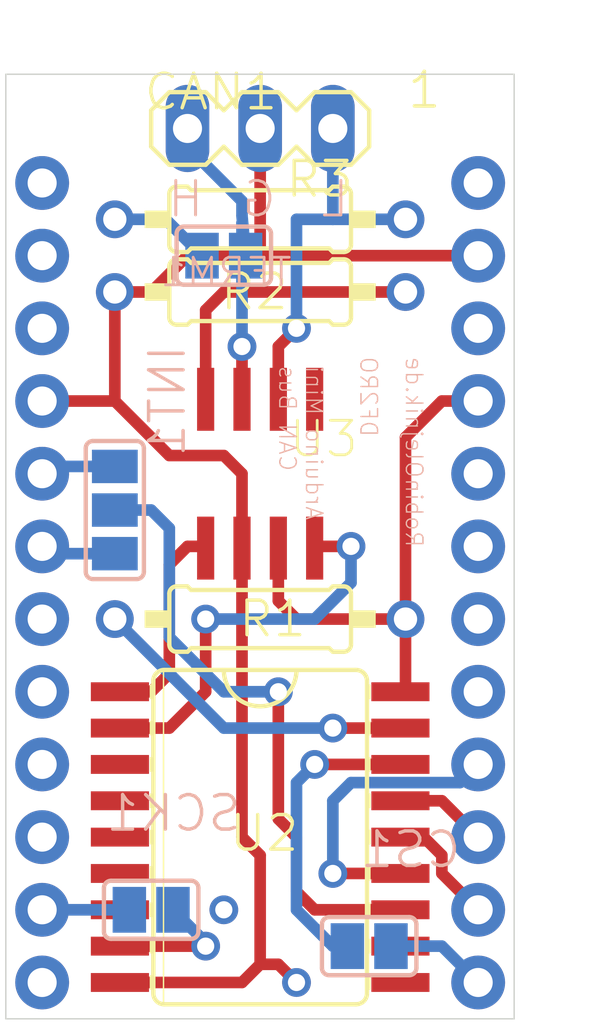
<source format=kicad_pcb>
(kicad_pcb (version 20171130) (host pcbnew "(5.1.10)-1")

  (general
    (thickness 1.6)
    (drawings 10)
    (tracks 108)
    (zones 0)
    (modules 11)
    (nets 42)
  )

  (page A4)
  (layers
    (0 Top signal)
    (31 Bottom signal)
    (32 B.Adhes user)
    (33 F.Adhes user)
    (34 B.Paste user)
    (35 F.Paste user)
    (36 B.SilkS user)
    (37 F.SilkS user)
    (38 B.Mask user)
    (39 F.Mask user)
    (40 Dwgs.User user)
    (41 Cmts.User user)
    (42 Eco1.User user)
    (43 Eco2.User user)
    (44 Edge.Cuts user)
    (45 Margin user)
    (46 B.CrtYd user)
    (47 F.CrtYd user)
    (48 B.Fab user)
    (49 F.Fab user)
  )

  (setup
    (last_trace_width 0.25)
    (trace_clearance 0.2)
    (zone_clearance 0.508)
    (zone_45_only no)
    (trace_min 0.2)
    (via_size 0.8)
    (via_drill 0.4)
    (via_min_size 0.4)
    (via_min_drill 0.3)
    (uvia_size 0.3)
    (uvia_drill 0.1)
    (uvias_allowed no)
    (uvia_min_size 0.2)
    (uvia_min_drill 0.1)
    (edge_width 0.05)
    (segment_width 0.2)
    (pcb_text_width 0.3)
    (pcb_text_size 1.5 1.5)
    (mod_edge_width 0.12)
    (mod_text_size 1 1)
    (mod_text_width 0.15)
    (pad_size 1.524 1.524)
    (pad_drill 0.762)
    (pad_to_mask_clearance 0)
    (aux_axis_origin 0 0)
    (visible_elements FFFFFF7F)
    (pcbplotparams
      (layerselection 0x010fc_ffffffff)
      (usegerberextensions false)
      (usegerberattributes true)
      (usegerberadvancedattributes true)
      (creategerberjobfile true)
      (excludeedgelayer true)
      (linewidth 0.100000)
      (plotframeref false)
      (viasonmask false)
      (mode 1)
      (useauxorigin false)
      (hpglpennumber 1)
      (hpglpenspeed 20)
      (hpglpendiameter 15.000000)
      (psnegative false)
      (psa4output false)
      (plotreference true)
      (plotvalue true)
      (plotinvisibletext false)
      (padsonsilk false)
      (subtractmaskfromsilk false)
      (outputformat 1)
      (mirror false)
      (drillshape 1)
      (scaleselection 1)
      (outputdirectory ""))
  )

  (net 0 "")
  (net 1 VREF)
  (net 2 VSS)
  (net 3 VDD)
  (net 4 "Net-(U1-Pad24)")
  (net 5 "Net-(U1-Pad22)")
  (net 6 "Net-(U1-Pad20)")
  (net 7 "Net-(U1-Pad19)")
  (net 8 "Net-(U1-Pad18)")
  (net 9 "Net-(U1-Pad17)")
  (net 10 "Net-(U1-Pad16)")
  (net 11 "Net-(U1-Pad15)")
  (net 12 "Net-(U1-Pad14)")
  (net 13 "Net-(U1-Pad12)")
  (net 14 "Net-(U1-Pad10)")
  (net 15 "Net-(U1-Pad9)")
  (net 16 "Net-(U1-Pad8)")
  (net 17 "Net-(U1-Pad7)")
  (net 18 "Net-(U1-Pad3)")
  (net 19 "Net-(U1-Pad2)")
  (net 20 "Net-(U1-Pad1)")
  (net 21 "Net-(U2-Pad10)")
  (net 22 "Net-(R1-Pad1)")
  (net 23 /INT)
  (net 24 "Net-(U2-Pad11)")
  (net 25 /SCK)
  (net 26 "Net-(U2-Pad7)")
  (net 27 "Net-(U2-Pad6)")
  (net 28 "Net-(U2-Pad5)")
  (net 29 "Net-(U2-Pad4)")
  (net 30 "Net-(U2-Pad3)")
  (net 31 "Net-(U2-Pad2)")
  (net 32 "Net-(U2-Pad1)")
  (net 33 "Net-(R2-Pad2)")
  (net 34 "Net-(R3-Pad2)")
  (net 35 "Net-(CS1-Pad2)")
  (net 36 "Net-(SCK1-Pad1)")
  (net 37 "Net-(INT1-Pad3)")
  (net 38 "Net-(INT1-Pad1)")
  (net 39 "Net-(CS1-Pad1)")
  (net 40 "Net-(CAN1-Pad1)")
  (net 41 "Net-(CAN1-Pad3)")

  (net_class Default "This is the default net class."
    (clearance 0.2)
    (trace_width 0.25)
    (via_dia 0.8)
    (via_drill 0.4)
    (uvia_dia 0.3)
    (uvia_drill 0.1)
    (add_net /INT)
    (add_net /SCK)
    (add_net "Net-(CAN1-Pad1)")
    (add_net "Net-(CAN1-Pad3)")
    (add_net "Net-(CS1-Pad1)")
    (add_net "Net-(CS1-Pad2)")
    (add_net "Net-(INT1-Pad1)")
    (add_net "Net-(INT1-Pad3)")
    (add_net "Net-(R1-Pad1)")
    (add_net "Net-(R2-Pad2)")
    (add_net "Net-(R3-Pad2)")
    (add_net "Net-(SCK1-Pad1)")
    (add_net "Net-(U1-Pad1)")
    (add_net "Net-(U1-Pad10)")
    (add_net "Net-(U1-Pad12)")
    (add_net "Net-(U1-Pad14)")
    (add_net "Net-(U1-Pad15)")
    (add_net "Net-(U1-Pad16)")
    (add_net "Net-(U1-Pad17)")
    (add_net "Net-(U1-Pad18)")
    (add_net "Net-(U1-Pad19)")
    (add_net "Net-(U1-Pad2)")
    (add_net "Net-(U1-Pad20)")
    (add_net "Net-(U1-Pad22)")
    (add_net "Net-(U1-Pad24)")
    (add_net "Net-(U1-Pad3)")
    (add_net "Net-(U1-Pad7)")
    (add_net "Net-(U1-Pad8)")
    (add_net "Net-(U1-Pad9)")
    (add_net "Net-(U2-Pad1)")
    (add_net "Net-(U2-Pad10)")
    (add_net "Net-(U2-Pad11)")
    (add_net "Net-(U2-Pad2)")
    (add_net "Net-(U2-Pad3)")
    (add_net "Net-(U2-Pad4)")
    (add_net "Net-(U2-Pad5)")
    (add_net "Net-(U2-Pad6)")
    (add_net "Net-(U2-Pad7)")
    (add_net VDD)
    (add_net VREF)
    (add_net VSS)
  )

  (module arduino_mini_can_bus:ARDUINO_MINI (layer Top) (tedit 0) (tstamp 61665956)
    (at 148.50735 104.9986)
    (path /94FABF20)
    (fp_text reference U1 (at -3.81 13.97) (layer F.SilkS) hide
      (effects (font (size 1.2065 1.2065) (thickness 0.1016)) (justify left bottom))
    )
    (fp_text value ARDUINO_MINI (at -3.81 15.875) (layer F.Fab) hide
      (effects (font (size 1.2065 1.2065) (thickness 0.1016)) (justify left bottom))
    )
    (fp_line (start 8.89 -16.51) (end -8.89 -16.51) (layer F.Fab) (width 0.127))
    (fp_line (start 8.89 16.51) (end 8.89 -16.51) (layer F.Fab) (width 0.127))
    (fp_line (start -8.89 16.51) (end 8.89 16.51) (layer F.Fab) (width 0.127))
    (fp_line (start -8.89 -16.51) (end -8.89 16.51) (layer F.Fab) (width 0.127))
    (pad 24 thru_hole circle (at 7.62 -12.7) (size 1.8796 1.8796) (drill 1.016) (layers *.Cu *.Mask)
      (net 4 "Net-(U1-Pad24)") (solder_mask_margin 0.1016))
    (pad 23 thru_hole circle (at 7.62 -10.16) (size 1.8796 1.8796) (drill 1.016) (layers *.Cu *.Mask)
      (net 2 VSS) (solder_mask_margin 0.1016))
    (pad 22 thru_hole circle (at 7.62 -7.62) (size 1.8796 1.8796) (drill 1.016) (layers *.Cu *.Mask)
      (net 5 "Net-(U1-Pad22)") (solder_mask_margin 0.1016))
    (pad 21 thru_hole circle (at 7.62 -5.08) (size 1.8796 1.8796) (drill 1.016) (layers *.Cu *.Mask)
      (net 3 VDD) (solder_mask_margin 0.1016))
    (pad 20 thru_hole circle (at 7.62 -2.54) (size 1.8796 1.8796) (drill 1.016) (layers *.Cu *.Mask)
      (net 6 "Net-(U1-Pad20)") (solder_mask_margin 0.1016))
    (pad 19 thru_hole circle (at 7.62 0) (size 1.8796 1.8796) (drill 1.016) (layers *.Cu *.Mask)
      (net 7 "Net-(U1-Pad19)") (solder_mask_margin 0.1016))
    (pad 18 thru_hole circle (at 7.62 2.54) (size 1.8796 1.8796) (drill 1.016) (layers *.Cu *.Mask)
      (net 8 "Net-(U1-Pad18)") (solder_mask_margin 0.1016))
    (pad 17 thru_hole circle (at 7.62 5.08) (size 1.8796 1.8796) (drill 1.016) (layers *.Cu *.Mask)
      (net 9 "Net-(U1-Pad17)") (solder_mask_margin 0.1016))
    (pad 16 thru_hole circle (at 7.62 7.62) (size 1.8796 1.8796) (drill 1.016) (layers *.Cu *.Mask)
      (net 10 "Net-(U1-Pad16)") (solder_mask_margin 0.1016))
    (pad 15 thru_hole circle (at 7.62 10.16) (size 1.8796 1.8796) (drill 1.016) (layers *.Cu *.Mask)
      (net 11 "Net-(U1-Pad15)") (solder_mask_margin 0.1016))
    (pad 14 thru_hole circle (at 7.62 12.7) (size 1.8796 1.8796) (drill 1.016) (layers *.Cu *.Mask)
      (net 12 "Net-(U1-Pad14)") (solder_mask_margin 0.1016))
    (pad 13 thru_hole circle (at 7.62 15.24) (size 1.8796 1.8796) (drill 1.016) (layers *.Cu *.Mask)
      (net 35 "Net-(CS1-Pad2)") (solder_mask_margin 0.1016))
    (pad 12 thru_hole circle (at -7.62 15.24) (size 1.8796 1.8796) (drill 1.016) (layers *.Cu *.Mask)
      (net 13 "Net-(U1-Pad12)") (solder_mask_margin 0.1016))
    (pad 11 thru_hole circle (at -7.62 12.7) (size 1.8796 1.8796) (drill 1.016) (layers *.Cu *.Mask)
      (net 36 "Net-(SCK1-Pad1)") (solder_mask_margin 0.1016))
    (pad 10 thru_hole circle (at -7.62 10.16) (size 1.8796 1.8796) (drill 1.016) (layers *.Cu *.Mask)
      (net 14 "Net-(U1-Pad10)") (solder_mask_margin 0.1016))
    (pad 9 thru_hole circle (at -7.62 7.62) (size 1.8796 1.8796) (drill 1.016) (layers *.Cu *.Mask)
      (net 15 "Net-(U1-Pad9)") (solder_mask_margin 0.1016))
    (pad 8 thru_hole circle (at -7.62 5.08) (size 1.8796 1.8796) (drill 1.016) (layers *.Cu *.Mask)
      (net 16 "Net-(U1-Pad8)") (solder_mask_margin 0.1016))
    (pad 7 thru_hole circle (at -7.62 2.54) (size 1.8796 1.8796) (drill 1.016) (layers *.Cu *.Mask)
      (net 17 "Net-(U1-Pad7)") (solder_mask_margin 0.1016))
    (pad 6 thru_hole circle (at -7.62 0) (size 1.8796 1.8796) (drill 1.016) (layers *.Cu *.Mask)
      (net 37 "Net-(INT1-Pad3)") (solder_mask_margin 0.1016))
    (pad 5 thru_hole circle (at -7.62 -2.54) (size 1.8796 1.8796) (drill 1.016) (layers *.Cu *.Mask)
      (net 38 "Net-(INT1-Pad1)") (solder_mask_margin 0.1016))
    (pad 4 thru_hole circle (at -7.62 -5.08) (size 1.8796 1.8796) (drill 1.016) (layers *.Cu *.Mask)
      (net 2 VSS) (solder_mask_margin 0.1016))
    (pad 3 thru_hole circle (at -7.62 -7.62) (size 1.8796 1.8796) (drill 1.016) (layers *.Cu *.Mask)
      (net 18 "Net-(U1-Pad3)") (solder_mask_margin 0.1016))
    (pad 2 thru_hole circle (at -7.62 -10.16) (size 1.8796 1.8796) (drill 1.016) (layers *.Cu *.Mask)
      (net 19 "Net-(U1-Pad2)") (solder_mask_margin 0.1016))
    (pad 1 thru_hole circle (at -7.62 -12.7) (size 1.8796 1.8796) (drill 1.016) (layers *.Cu *.Mask)
      (net 20 "Net-(U1-Pad1)") (solder_mask_margin 0.1016))
  )

  (module arduino_mini_can_bus:SO18L (layer Top) (tedit 0) (tstamp 61665975)
    (at 148.50735 115.1586 270)
    (descr "<b>Small Outline Package</b>")
    (path /4E0AB7A9)
    (fp_text reference U2 (at 0.5715 1.143) (layer F.SilkS)
      (effects (font (size 1.2065 1.2065) (thickness 0.12065)) (justify left bottom))
    )
    (fp_text value MCP2515SO (at -4.191 0.508 270) (layer F.Fab) hide
      (effects (font (size 1.2065 1.2065) (thickness 0.127)) (justify right top))
    )
    (fp_poly (pts (xy 4.826 5.334) (xy 5.334 5.334) (xy 5.334 3.8608) (xy 4.826 3.8608)) (layer F.Fab) (width 0))
    (fp_poly (pts (xy 4.826 -3.8608) (xy 5.334 -3.8608) (xy 5.334 -5.334) (xy 4.826 -5.334)) (layer F.Fab) (width 0))
    (fp_poly (pts (xy 4.826 3.8608) (xy 5.334 3.8608) (xy 5.334 3.7338) (xy 4.826 3.7338)) (layer F.SilkS) (width 0))
    (fp_poly (pts (xy 4.826 -3.7338) (xy 5.334 -3.7338) (xy 5.334 -3.8608) (xy 4.826 -3.8608)) (layer F.SilkS) (width 0))
    (fp_poly (pts (xy 3.556 -3.8608) (xy 4.064 -3.8608) (xy 4.064 -5.334) (xy 3.556 -5.334)) (layer F.Fab) (width 0))
    (fp_poly (pts (xy 3.556 -3.7338) (xy 4.064 -3.7338) (xy 4.064 -3.8608) (xy 3.556 -3.8608)) (layer F.SilkS) (width 0))
    (fp_poly (pts (xy 2.286 -3.8608) (xy 2.794 -3.8608) (xy 2.794 -5.334) (xy 2.286 -5.334)) (layer F.Fab) (width 0))
    (fp_poly (pts (xy 2.286 -3.7338) (xy 2.794 -3.7338) (xy 2.794 -3.8608) (xy 2.286 -3.8608)) (layer F.SilkS) (width 0))
    (fp_poly (pts (xy 1.016 -3.8608) (xy 1.524 -3.8608) (xy 1.524 -5.334) (xy 1.016 -5.334)) (layer F.Fab) (width 0))
    (fp_poly (pts (xy 1.016 -3.7338) (xy 1.524 -3.7338) (xy 1.524 -3.8608) (xy 1.016 -3.8608)) (layer F.SilkS) (width 0))
    (fp_poly (pts (xy -0.254 -3.8608) (xy 0.254 -3.8608) (xy 0.254 -5.334) (xy -0.254 -5.334)) (layer F.Fab) (width 0))
    (fp_poly (pts (xy -0.254 -3.7338) (xy 0.254 -3.7338) (xy 0.254 -3.8608) (xy -0.254 -3.8608)) (layer F.SilkS) (width 0))
    (fp_poly (pts (xy -1.524 -3.8608) (xy -1.016 -3.8608) (xy -1.016 -5.334) (xy -1.524 -5.334)) (layer F.Fab) (width 0))
    (fp_poly (pts (xy -1.524 -3.7338) (xy -1.016 -3.7338) (xy -1.016 -3.8608) (xy -1.524 -3.8608)) (layer F.SilkS) (width 0))
    (fp_poly (pts (xy -2.794 -3.8608) (xy -2.286 -3.8608) (xy -2.286 -5.334) (xy -2.794 -5.334)) (layer F.Fab) (width 0))
    (fp_poly (pts (xy -2.794 -3.7338) (xy -2.286 -3.7338) (xy -2.286 -3.8608) (xy -2.794 -3.8608)) (layer F.SilkS) (width 0))
    (fp_poly (pts (xy -4.064 -3.8608) (xy -3.556 -3.8608) (xy -3.556 -5.334) (xy -4.064 -5.334)) (layer F.Fab) (width 0))
    (fp_poly (pts (xy -4.064 -3.7338) (xy -3.556 -3.7338) (xy -3.556 -3.8608) (xy -4.064 -3.8608)) (layer F.SilkS) (width 0))
    (fp_poly (pts (xy -5.334 -3.7338) (xy -4.826 -3.7338) (xy -4.826 -3.8608) (xy -5.334 -3.8608)) (layer F.SilkS) (width 0))
    (fp_poly (pts (xy -5.334 -3.8608) (xy -4.826 -3.8608) (xy -4.826 -5.334) (xy -5.334 -5.334)) (layer F.Fab) (width 0))
    (fp_poly (pts (xy 3.556 5.334) (xy 4.064 5.334) (xy 4.064 3.8608) (xy 3.556 3.8608)) (layer F.Fab) (width 0))
    (fp_poly (pts (xy 3.556 3.8608) (xy 4.064 3.8608) (xy 4.064 3.7338) (xy 3.556 3.7338)) (layer F.SilkS) (width 0))
    (fp_poly (pts (xy 2.286 5.334) (xy 2.794 5.334) (xy 2.794 3.8608) (xy 2.286 3.8608)) (layer F.Fab) (width 0))
    (fp_poly (pts (xy 2.286 3.8608) (xy 2.794 3.8608) (xy 2.794 3.7338) (xy 2.286 3.7338)) (layer F.SilkS) (width 0))
    (fp_poly (pts (xy 1.016 5.334) (xy 1.524 5.334) (xy 1.524 3.8608) (xy 1.016 3.8608)) (layer F.Fab) (width 0))
    (fp_poly (pts (xy 1.016 3.8608) (xy 1.524 3.8608) (xy 1.524 3.7338) (xy 1.016 3.7338)) (layer F.SilkS) (width 0))
    (fp_poly (pts (xy -0.254 3.8608) (xy 0.254 3.8608) (xy 0.254 3.7338) (xy -0.254 3.7338)) (layer F.SilkS) (width 0))
    (fp_poly (pts (xy -0.254 5.334) (xy 0.254 5.334) (xy 0.254 3.8608) (xy -0.254 3.8608)) (layer F.Fab) (width 0))
    (fp_poly (pts (xy -1.524 5.334) (xy -1.016 5.334) (xy -1.016 3.8608) (xy -1.524 3.8608)) (layer F.Fab) (width 0))
    (fp_poly (pts (xy -1.524 3.8608) (xy -1.016 3.8608) (xy -1.016 3.7338) (xy -1.524 3.7338)) (layer F.SilkS) (width 0))
    (fp_poly (pts (xy -2.794 5.334) (xy -2.286 5.334) (xy -2.286 3.8608) (xy -2.794 3.8608)) (layer F.Fab) (width 0))
    (fp_poly (pts (xy -2.794 3.8608) (xy -2.286 3.8608) (xy -2.286 3.7338) (xy -2.794 3.7338)) (layer F.SilkS) (width 0))
    (fp_poly (pts (xy -4.064 5.334) (xy -3.556 5.334) (xy -3.556 3.8608) (xy -4.064 3.8608)) (layer F.Fab) (width 0))
    (fp_poly (pts (xy -4.064 3.8608) (xy -3.556 3.8608) (xy -3.556 3.7338) (xy -4.064 3.7338)) (layer F.SilkS) (width 0))
    (fp_poly (pts (xy -5.334 5.334) (xy -4.826 5.334) (xy -4.826 3.8608) (xy -5.334 3.8608)) (layer F.Fab) (width 0))
    (fp_poly (pts (xy -5.334 3.8608) (xy -4.826 3.8608) (xy -4.826 3.7338) (xy -5.334 3.7338)) (layer F.SilkS) (width 0))
    (fp_arc (start -5.842 0) (end -5.842 -1.27) (angle 180) (layer F.SilkS) (width 0.1524))
    (fp_line (start -5.842 3.3782) (end 5.842 3.3782) (layer F.SilkS) (width 0.0508))
    (fp_line (start -5.842 -3.3528) (end -5.842 3.3528) (layer F.SilkS) (width 0.1524))
    (fp_line (start 5.842 3.3528) (end 5.842 -3.3528) (layer F.SilkS) (width 0.1524))
    (fp_line (start -5.461 3.7338) (end 5.461 3.7338) (layer F.SilkS) (width 0.1524))
    (fp_arc (start -5.461 3.3528) (end -5.842 3.3528) (angle -90) (layer F.SilkS) (width 0.1524))
    (fp_arc (start 5.461 -3.3528) (end 5.461 -3.7338) (angle 90) (layer F.SilkS) (width 0.1524))
    (fp_arc (start -5.461 -3.3528) (end -5.842 -3.3528) (angle 90) (layer F.SilkS) (width 0.1524))
    (fp_arc (start 5.461 3.3528) (end 5.461 3.7338) (angle -90) (layer F.SilkS) (width 0.1524))
    (fp_line (start 5.461 -3.7338) (end -5.461 -3.7338) (layer F.SilkS) (width 0.1524))
    (pad 9 smd rect (at 5.08 4.9022 270) (size 0.6604 2.032) (layers Top F.Paste F.Mask)
      (net 2 VSS) (solder_mask_margin 0.1016))
    (pad 10 smd rect (at 5.08 -4.9022 270) (size 0.6604 2.032) (layers Top F.Paste F.Mask)
      (net 21 "Net-(U2-Pad10)") (solder_mask_margin 0.1016))
    (pad 18 smd rect (at -5.08 -4.9022 270) (size 0.6604 2.032) (layers Top F.Paste F.Mask)
      (net 3 VDD) (solder_mask_margin 0.1016))
    (pad 17 smd rect (at -3.81 -4.9022 270) (size 0.6604 2.032) (layers Top F.Paste F.Mask)
      (net 22 "Net-(R1-Pad1)") (solder_mask_margin 0.1016))
    (pad 16 smd rect (at -2.54 -4.9022 270) (size 0.6604 2.032) (layers Top F.Paste F.Mask)
      (net 39 "Net-(CS1-Pad1)") (solder_mask_margin 0.1016))
    (pad 15 smd rect (at -1.27 -4.9022 270) (size 0.6604 2.032) (layers Top F.Paste F.Mask)
      (net 11 "Net-(U1-Pad15)") (solder_mask_margin 0.1016))
    (pad 14 smd rect (at 0 -4.9022 270) (size 0.6604 2.032) (layers Top F.Paste F.Mask)
      (net 12 "Net-(U1-Pad14)") (solder_mask_margin 0.1016))
    (pad 13 smd rect (at 1.27 -4.9022 270) (size 0.6604 2.032) (layers Top F.Paste F.Mask)
      (net 10 "Net-(U1-Pad16)") (solder_mask_margin 0.1016))
    (pad 12 smd rect (at 2.54 -4.9022 270) (size 0.6604 2.032) (layers Top F.Paste F.Mask)
      (net 23 /INT) (solder_mask_margin 0.1016))
    (pad 11 smd rect (at 3.81 -4.9022 270) (size 0.6604 2.032) (layers Top F.Paste F.Mask)
      (net 24 "Net-(U2-Pad11)") (solder_mask_margin 0.1016))
    (pad 8 smd rect (at 3.81 4.9022 270) (size 0.6604 2.032) (layers Top F.Paste F.Mask)
      (net 25 /SCK) (solder_mask_margin 0.1016))
    (pad 7 smd rect (at 2.54 4.9022 270) (size 0.6604 2.032) (layers Top F.Paste F.Mask)
      (net 26 "Net-(U2-Pad7)") (solder_mask_margin 0.1016))
    (pad 6 smd rect (at 1.27 4.9022 270) (size 0.6604 2.032) (layers Top F.Paste F.Mask)
      (net 27 "Net-(U2-Pad6)") (solder_mask_margin 0.1016))
    (pad 5 smd rect (at 0 4.9022 270) (size 0.6604 2.032) (layers Top F.Paste F.Mask)
      (net 28 "Net-(U2-Pad5)") (solder_mask_margin 0.1016))
    (pad 4 smd rect (at -1.27 4.9022 270) (size 0.6604 2.032) (layers Top F.Paste F.Mask)
      (net 29 "Net-(U2-Pad4)") (solder_mask_margin 0.1016))
    (pad 3 smd rect (at -2.54 4.9022 270) (size 0.6604 2.032) (layers Top F.Paste F.Mask)
      (net 30 "Net-(U2-Pad3)") (solder_mask_margin 0.1016))
    (pad 2 smd rect (at -3.81 4.9022 270) (size 0.6604 2.032) (layers Top F.Paste F.Mask)
      (net 31 "Net-(U2-Pad2)") (solder_mask_margin 0.1016))
    (pad 1 smd rect (at -5.08 4.9022 270) (size 0.6604 2.032) (layers Top F.Paste F.Mask)
      (net 32 "Net-(U2-Pad1)") (solder_mask_margin 0.1016))
  )

  (module arduino_mini_can_bus:SO-08 (layer Top) (tedit 0) (tstamp 616659B8)
    (at 148.50735 102.4586)
    (descr "<B>Small Outline Narrow Plastic Gull Wing</B><p>\n 150-mil body, package type SN")
    (path /C6A83FC2)
    (fp_text reference U3 (at 0.9525 -0.508) (layer F.SilkS)
      (effects (font (size 1.2065 1.2065) (thickness 0.09652)) (justify left bottom))
    )
    (fp_text value MCP2551SN (at 3.937 1.905 90) (layer F.Fab) hide
      (effects (font (size 1.2065 1.2065) (thickness 0.1016)) (justify left bottom))
    )
    (fp_poly (pts (xy -1 1) (xy 1 1) (xy 1 -1) (xy -1 -1)) (layer F.Adhes) (width 0))
    (fp_poly (pts (xy -2.1501 -2) (xy -1.6599 -2) (xy -1.6599 -3.1001) (xy -2.1501 -3.1001)) (layer F.Fab) (width 0))
    (fp_poly (pts (xy -0.8801 -2) (xy -0.3899 -2) (xy -0.3899 -3.1001) (xy -0.8801 -3.1001)) (layer F.Fab) (width 0))
    (fp_poly (pts (xy 0.3899 -2) (xy 0.8801 -2) (xy 0.8801 -3.1001) (xy 0.3899 -3.1001)) (layer F.Fab) (width 0))
    (fp_poly (pts (xy 1.6599 -2) (xy 2.1501 -2) (xy 2.1501 -3.1001) (xy 1.6599 -3.1001)) (layer F.Fab) (width 0))
    (fp_poly (pts (xy 1.6599 3.1001) (xy 2.1501 3.1001) (xy 2.1501 2) (xy 1.6599 2)) (layer F.Fab) (width 0))
    (fp_poly (pts (xy 0.3899 3.1001) (xy 0.8801 3.1001) (xy 0.8801 2) (xy 0.3899 2)) (layer F.Fab) (width 0))
    (fp_poly (pts (xy -0.8801 3.1001) (xy -0.3899 3.1001) (xy -0.3899 2) (xy -0.8801 2)) (layer F.Fab) (width 0))
    (fp_poly (pts (xy -2.1501 3.1001) (xy -1.6599 3.1001) (xy -1.6599 2) (xy -2.1501 2)) (layer F.Fab) (width 0))
    (fp_text user "JEDEC MS-012 AA" (at -1.905 -0.365) (layer Cmts.User)
      (effects (font (size 0.28956 0.28956) (thickness 0.024384)) (justify left bottom))
    )
    (fp_text user "IPC SO8" (at -1.905 0.635) (layer Cmts.User)
      (effects (font (size 0.38608 0.38608) (thickness 0.032512)) (justify left bottom))
    )
    (fp_line (start 2.4 1.4) (end -2.4 1.4) (layer F.Fab) (width 0.2032))
    (fp_line (start -2.4 -1.9) (end 2.4 -1.9) (layer F.Fab) (width 0.2032))
    (fp_line (start -2.4 1.4) (end -2.4 -1.9) (layer F.Fab) (width 0.2032))
    (fp_line (start -2.4 1.9) (end -2.4 1.4) (layer F.Fab) (width 0.2032))
    (fp_line (start 2.4 1.9) (end -2.4 1.9) (layer F.Fab) (width 0.2032))
    (fp_line (start 2.4 1.4) (end 2.4 1.9) (layer F.Fab) (width 0.2032))
    (fp_line (start 2.4 -1.9) (end 2.4 1.4) (layer F.Fab) (width 0.2032))
    (fp_line (start -2.9 3.9) (end -2.9 -3.9) (layer Dwgs.User) (width 0.1998))
    (fp_line (start 2.9 3.9) (end -2.9 3.9) (layer Dwgs.User) (width 0.1998))
    (fp_line (start 2.9 -3.9) (end 2.9 3.9) (layer Dwgs.User) (width 0.1998))
    (fp_line (start -2.9 -3.9) (end 2.9 -3.9) (layer Dwgs.User) (width 0.1998))
    (pad 5 smd rect (at 1.905 -2.6) (size 0.6 2.2) (layers Top F.Paste F.Mask)
      (net 1 VREF) (solder_mask_margin 0.1016))
    (pad 6 smd rect (at 0.635 -2.6) (size 0.6 2.2) (layers Top F.Paste F.Mask)
      (net 40 "Net-(CAN1-Pad1)") (solder_mask_margin 0.1016))
    (pad 8 smd rect (at -1.905 -2.6) (size 0.6 2.2) (layers Top F.Paste F.Mask)
      (net 33 "Net-(R2-Pad2)") (solder_mask_margin 0.1016))
    (pad 4 smd rect (at 1.905 2.6) (size 0.6 2.2) (layers Top F.Paste F.Mask)
      (net 31 "Net-(U2-Pad2)") (solder_mask_margin 0.1016))
    (pad 3 smd rect (at 0.635 2.6) (size 0.6 2.2) (layers Top F.Paste F.Mask)
      (net 3 VDD) (solder_mask_margin 0.1016))
    (pad 1 smd rect (at -1.905 2.6) (size 0.6 2.2) (layers Top F.Paste F.Mask)
      (net 32 "Net-(U2-Pad1)") (solder_mask_margin 0.1016))
    (pad 7 smd rect (at -0.635 -2.6) (size 0.6 2.2) (layers Top F.Paste F.Mask)
      (net 41 "Net-(CAN1-Pad3)") (solder_mask_margin 0.1016))
    (pad 2 smd rect (at -0.635 2.6) (size 0.6 2.2) (layers Top F.Paste F.Mask)
      (net 2 VSS) (solder_mask_margin 0.1016))
  )

  (module arduino_mini_can_bus:SJ (layer Bottom) (tedit 0) (tstamp 616659D9)
    (at 152.31735 118.9686)
    (descr "<b>Solder jumper</b>")
    (path /17197021)
    (fp_text reference CS1 (at -0.381 -2.667) (layer B.SilkS)
      (effects (font (size 1.2065 1.2065) (thickness 0.12065)) (justify right bottom mirror))
    )
    (fp_text value SJ (at 0.4001 0) (layer B.Fab)
      (effects (font (size 0.019 0.019) (thickness 0.00152)) (justify right bottom mirror))
    )
    (fp_poly (pts (xy -0.0762 -0.9144) (xy 0.0762 -0.9144) (xy 0.0762 0.9144) (xy -0.0762 0.9144)) (layer B.Mask) (width 0))
    (fp_arc (start 0.254 0) (end 0.254 0.127) (angle -180) (layer B.Fab) (width 1.27))
    (fp_arc (start -0.254 0) (end -0.254 -0.127) (angle -180) (layer B.Fab) (width 1.27))
    (fp_line (start -1.016 0) (end -1.524 0) (layer B.Fab) (width 0.1524))
    (fp_line (start 1.016 0) (end 1.524 0) (layer B.Fab) (width 0.1524))
    (fp_line (start -1.397 1.016) (end 1.397 1.016) (layer B.SilkS) (width 0.1524))
    (fp_line (start -1.651 -0.762) (end -1.651 0.762) (layer B.SilkS) (width 0.1524))
    (fp_line (start 1.651 -0.762) (end 1.651 0.762) (layer B.SilkS) (width 0.1524))
    (fp_arc (start 1.397 -0.762) (end 1.397 -1.016) (angle 90) (layer B.SilkS) (width 0.1524))
    (fp_arc (start -1.397 -0.762) (end -1.651 -0.762) (angle 90) (layer B.SilkS) (width 0.1524))
    (fp_arc (start -1.397 0.762) (end -1.651 0.762) (angle -90) (layer B.SilkS) (width 0.1524))
    (fp_arc (start 1.397 0.762) (end 1.397 1.016) (angle -90) (layer B.SilkS) (width 0.1524))
    (fp_line (start 1.397 -1.016) (end -1.397 -1.016) (layer B.SilkS) (width 0.1524))
    (pad 2 smd rect (at 0.762 0) (size 1.1684 1.6002) (layers Bottom B.Paste B.Mask)
      (net 35 "Net-(CS1-Pad2)") (solder_mask_margin 0.1016))
    (pad 1 smd rect (at -0.762 0) (size 1.1684 1.6002) (layers Bottom B.Paste B.Mask)
      (net 39 "Net-(CS1-Pad1)") (solder_mask_margin 0.1016))
  )

  (module arduino_mini_can_bus:MA03-1 (layer Top) (tedit 0) (tstamp 616659EB)
    (at 148.50735 90.3936 180)
    (descr "<b>PIN HEADER</b>")
    (path /70029B44)
    (fp_text reference CAN1 (at 4.1275 0.5715) (layer F.SilkS)
      (effects (font (size 1.2065 1.2065) (thickness 0.12065)) (justify left bottom))
    )
    (fp_text value MA03-1 (at -3.81 2.921) (layer F.Fab)
      (effects (font (size 1.2065 1.2065) (thickness 0.12065)) (justify left bottom))
    )
    (fp_poly (pts (xy 2.286 0.254) (xy 2.794 0.254) (xy 2.794 -0.254) (xy 2.286 -0.254)) (layer F.Fab) (width 0))
    (fp_poly (pts (xy -2.794 0.254) (xy -2.286 0.254) (xy -2.286 -0.254) (xy -2.794 -0.254)) (layer F.Fab) (width 0))
    (fp_poly (pts (xy -0.254 0.254) (xy 0.254 0.254) (xy 0.254 -0.254) (xy -0.254 -0.254)) (layer F.Fab) (width 0))
    (fp_text user 1 (at -5.08 0.635 180) (layer F.SilkS)
      (effects (font (size 1.2065 1.2065) (thickness 0.127)) (justify left bottom))
    )
    (fp_line (start 3.81 -0.635) (end 3.81 0.635) (layer F.SilkS) (width 0.1524))
    (fp_line (start 1.905 1.27) (end 1.27 0.635) (layer F.SilkS) (width 0.1524))
    (fp_line (start 3.175 1.27) (end 1.905 1.27) (layer F.SilkS) (width 0.1524))
    (fp_line (start 3.81 0.635) (end 3.175 1.27) (layer F.SilkS) (width 0.1524))
    (fp_line (start 3.175 -1.27) (end 3.81 -0.635) (layer F.SilkS) (width 0.1524))
    (fp_line (start 1.905 -1.27) (end 3.175 -1.27) (layer F.SilkS) (width 0.1524))
    (fp_line (start 1.27 -0.635) (end 1.905 -1.27) (layer F.SilkS) (width 0.1524))
    (fp_line (start -1.905 1.27) (end -3.175 1.27) (layer F.SilkS) (width 0.1524))
    (fp_line (start -3.81 0.635) (end -3.175 1.27) (layer F.SilkS) (width 0.1524))
    (fp_line (start -3.175 -1.27) (end -3.81 -0.635) (layer F.SilkS) (width 0.1524))
    (fp_line (start -3.81 -0.635) (end -3.81 0.635) (layer F.SilkS) (width 0.1524))
    (fp_line (start -0.635 1.27) (end -1.27 0.635) (layer F.SilkS) (width 0.1524))
    (fp_line (start 0.635 1.27) (end -0.635 1.27) (layer F.SilkS) (width 0.1524))
    (fp_line (start 1.27 0.635) (end 0.635 1.27) (layer F.SilkS) (width 0.1524))
    (fp_line (start 0.635 -1.27) (end 1.27 -0.635) (layer F.SilkS) (width 0.1524))
    (fp_line (start -0.635 -1.27) (end 0.635 -1.27) (layer F.SilkS) (width 0.1524))
    (fp_line (start -1.27 -0.635) (end -0.635 -1.27) (layer F.SilkS) (width 0.1524))
    (fp_line (start -1.27 0.635) (end -1.905 1.27) (layer F.SilkS) (width 0.1524))
    (fp_line (start -1.905 -1.27) (end -1.27 -0.635) (layer F.SilkS) (width 0.1524))
    (fp_line (start -3.175 -1.27) (end -1.905 -1.27) (layer F.SilkS) (width 0.1524))
    (pad 3 thru_hole oval (at 2.54 0 270) (size 3.048 1.524) (drill 1.016) (layers *.Cu *.Mask)
      (net 41 "Net-(CAN1-Pad3)") (solder_mask_margin 0.1016))
    (pad 2 thru_hole oval (at 0 0 270) (size 3.048 1.524) (drill 1.016) (layers *.Cu *.Mask)
      (net 2 VSS) (solder_mask_margin 0.1016))
    (pad 1 thru_hole oval (at -2.54 0 270) (size 3.048 1.524) (drill 1.016) (layers *.Cu *.Mask)
      (net 40 "Net-(CAN1-Pad1)") (solder_mask_margin 0.1016))
  )

  (module arduino_mini_can_bus:0207_10 (layer Top) (tedit 0) (tstamp 61665A09)
    (at 148.50735 107.5386)
    (descr "<b>RESISTOR</b><p>\ntype 0207, grid 10 mm")
    (path /5FC72806)
    (fp_text reference R1 (at -0.8255 0.6985) (layer F.SilkS)
      (effects (font (size 1.2065 1.2065) (thickness 0.12065)) (justify left bottom))
    )
    (fp_text value 10k (at -2.2606 0.635) (layer F.Fab) hide
      (effects (font (size 1.2065 1.2065) (thickness 0.127)) (justify left bottom))
    )
    (fp_poly (pts (xy -4.0386 0.3048) (xy -3.175 0.3048) (xy -3.175 -0.3048) (xy -4.0386 -0.3048)) (layer F.SilkS) (width 0))
    (fp_poly (pts (xy 3.175 0.3048) (xy 4.0386 0.3048) (xy 4.0386 -0.3048) (xy 3.175 -0.3048)) (layer F.SilkS) (width 0))
    (fp_line (start 3.175 0.889) (end 3.175 -0.889) (layer F.SilkS) (width 0.1524))
    (fp_line (start 2.921 1.143) (end 2.54 1.143) (layer F.SilkS) (width 0.1524))
    (fp_line (start 2.921 -1.143) (end 2.54 -1.143) (layer F.SilkS) (width 0.1524))
    (fp_line (start 2.413 1.016) (end -2.413 1.016) (layer F.SilkS) (width 0.1524))
    (fp_line (start 2.413 1.016) (end 2.54 1.143) (layer F.SilkS) (width 0.1524))
    (fp_line (start 2.413 -1.016) (end -2.413 -1.016) (layer F.SilkS) (width 0.1524))
    (fp_line (start 2.413 -1.016) (end 2.54 -1.143) (layer F.SilkS) (width 0.1524))
    (fp_line (start -2.413 1.016) (end -2.54 1.143) (layer F.SilkS) (width 0.1524))
    (fp_line (start -2.921 1.143) (end -2.54 1.143) (layer F.SilkS) (width 0.1524))
    (fp_line (start -2.413 -1.016) (end -2.54 -1.143) (layer F.SilkS) (width 0.1524))
    (fp_line (start -2.921 -1.143) (end -2.54 -1.143) (layer F.SilkS) (width 0.1524))
    (fp_line (start -3.175 0.889) (end -3.175 -0.889) (layer F.SilkS) (width 0.1524))
    (fp_arc (start 2.921 -0.889) (end 2.921 -1.143) (angle 90) (layer F.SilkS) (width 0.1524))
    (fp_arc (start 2.921 0.889) (end 2.921 1.143) (angle -90) (layer F.SilkS) (width 0.1524))
    (fp_arc (start -2.921 0.889) (end -3.175 0.889) (angle -90) (layer F.SilkS) (width 0.1524))
    (fp_arc (start -2.921 -0.889) (end -3.175 -0.889) (angle 90) (layer F.SilkS) (width 0.1524))
    (fp_line (start -5.08 0) (end -4.064 0) (layer F.Fab) (width 0.6096))
    (fp_line (start 5.08 0) (end 4.064 0) (layer F.Fab) (width 0.6096))
    (pad 2 thru_hole circle (at 5.08 0) (size 1.3208 1.3208) (drill 0.8128) (layers *.Cu *.Mask)
      (net 3 VDD) (solder_mask_margin 0.1016))
    (pad 1 thru_hole circle (at -5.08 0) (size 1.3208 1.3208) (drill 0.8128) (layers *.Cu *.Mask)
      (net 22 "Net-(R1-Pad1)") (solder_mask_margin 0.1016))
  )

  (module arduino_mini_can_bus:0207_10 (layer Top) (tedit 0) (tstamp 61665A22)
    (at 148.50735 96.1086)
    (descr "<b>RESISTOR</b><p>\ntype 0207, grid 10 mm")
    (path /855FDFDB)
    (fp_text reference R2 (at -1.4605 0.6985) (layer F.SilkS)
      (effects (font (size 1.2065 1.2065) (thickness 0.12065)) (justify left bottom))
    )
    (fp_text value R-EU_0207_10 (at -2.2606 0.635) (layer F.Fab)
      (effects (font (size 1.2065 1.2065) (thickness 0.12065)) (justify left bottom))
    )
    (fp_poly (pts (xy -4.0386 0.3048) (xy -3.175 0.3048) (xy -3.175 -0.3048) (xy -4.0386 -0.3048)) (layer F.SilkS) (width 0))
    (fp_poly (pts (xy 3.175 0.3048) (xy 4.0386 0.3048) (xy 4.0386 -0.3048) (xy 3.175 -0.3048)) (layer F.SilkS) (width 0))
    (fp_line (start 3.175 0.889) (end 3.175 -0.889) (layer F.SilkS) (width 0.1524))
    (fp_line (start 2.921 1.143) (end 2.54 1.143) (layer F.SilkS) (width 0.1524))
    (fp_line (start 2.921 -1.143) (end 2.54 -1.143) (layer F.SilkS) (width 0.1524))
    (fp_line (start 2.413 1.016) (end -2.413 1.016) (layer F.SilkS) (width 0.1524))
    (fp_line (start 2.413 1.016) (end 2.54 1.143) (layer F.SilkS) (width 0.1524))
    (fp_line (start 2.413 -1.016) (end -2.413 -1.016) (layer F.SilkS) (width 0.1524))
    (fp_line (start 2.413 -1.016) (end 2.54 -1.143) (layer F.SilkS) (width 0.1524))
    (fp_line (start -2.413 1.016) (end -2.54 1.143) (layer F.SilkS) (width 0.1524))
    (fp_line (start -2.921 1.143) (end -2.54 1.143) (layer F.SilkS) (width 0.1524))
    (fp_line (start -2.413 -1.016) (end -2.54 -1.143) (layer F.SilkS) (width 0.1524))
    (fp_line (start -2.921 -1.143) (end -2.54 -1.143) (layer F.SilkS) (width 0.1524))
    (fp_line (start -3.175 0.889) (end -3.175 -0.889) (layer F.SilkS) (width 0.1524))
    (fp_arc (start 2.921 -0.889) (end 2.921 -1.143) (angle 90) (layer F.SilkS) (width 0.1524))
    (fp_arc (start 2.921 0.889) (end 2.921 1.143) (angle -90) (layer F.SilkS) (width 0.1524))
    (fp_arc (start -2.921 0.889) (end -3.175 0.889) (angle -90) (layer F.SilkS) (width 0.1524))
    (fp_arc (start -2.921 -0.889) (end -3.175 -0.889) (angle 90) (layer F.SilkS) (width 0.1524))
    (fp_line (start -5.08 0) (end -4.064 0) (layer F.Fab) (width 0.6096))
    (fp_line (start 5.08 0) (end 4.064 0) (layer F.Fab) (width 0.6096))
    (pad 2 thru_hole circle (at 5.08 0) (size 1.3208 1.3208) (drill 0.8128) (layers *.Cu *.Mask)
      (net 33 "Net-(R2-Pad2)") (solder_mask_margin 0.1016))
    (pad 1 thru_hole circle (at -5.08 0) (size 1.3208 1.3208) (drill 0.8128) (layers *.Cu *.Mask)
      (net 2 VSS) (solder_mask_margin 0.1016))
  )

  (module arduino_mini_can_bus:SJ (layer Bottom) (tedit 0) (tstamp 61665A3B)
    (at 147.23735 94.8386 180)
    (descr "<b>Solder jumper</b>")
    (path /2AB3D0A0)
    (fp_text reference TERM1 (at 2.286 -1.143) (layer B.SilkS)
      (effects (font (size 0.9652 0.9652) (thickness 0.09652)) (justify right bottom mirror))
    )
    (fp_text value SJ (at 0.4001 0) (layer B.Fab)
      (effects (font (size 0.019 0.019) (thickness 0.00152)) (justify right bottom mirror))
    )
    (fp_poly (pts (xy -0.0762 -0.9144) (xy 0.0762 -0.9144) (xy 0.0762 0.9144) (xy -0.0762 0.9144)) (layer B.Mask) (width 0))
    (fp_arc (start 0.254 0) (end 0.254 0.127) (angle -180) (layer B.Fab) (width 1.27))
    (fp_arc (start -0.254 0) (end -0.254 -0.127) (angle -180) (layer B.Fab) (width 1.27))
    (fp_line (start -1.016 0) (end -1.524 0) (layer B.Fab) (width 0.1524))
    (fp_line (start 1.016 0) (end 1.524 0) (layer B.Fab) (width 0.1524))
    (fp_line (start -1.397 1.016) (end 1.397 1.016) (layer B.SilkS) (width 0.1524))
    (fp_line (start -1.651 -0.762) (end -1.651 0.762) (layer B.SilkS) (width 0.1524))
    (fp_line (start 1.651 -0.762) (end 1.651 0.762) (layer B.SilkS) (width 0.1524))
    (fp_arc (start 1.397 -0.762) (end 1.397 -1.016) (angle 90) (layer B.SilkS) (width 0.1524))
    (fp_arc (start -1.397 -0.762) (end -1.651 -0.762) (angle 90) (layer B.SilkS) (width 0.1524))
    (fp_arc (start -1.397 0.762) (end -1.651 0.762) (angle -90) (layer B.SilkS) (width 0.1524))
    (fp_arc (start 1.397 0.762) (end 1.397 1.016) (angle -90) (layer B.SilkS) (width 0.1524))
    (fp_line (start 1.397 -1.016) (end -1.397 -1.016) (layer B.SilkS) (width 0.1524))
    (pad 2 smd rect (at 0.762 0 180) (size 1.1684 1.6002) (layers Bottom B.Paste B.Mask)
      (net 34 "Net-(R3-Pad2)") (solder_mask_margin 0.1016))
    (pad 1 smd rect (at -0.762 0 180) (size 1.1684 1.6002) (layers Bottom B.Paste B.Mask)
      (net 41 "Net-(CAN1-Pad3)") (solder_mask_margin 0.1016))
  )

  (module arduino_mini_can_bus:0207_10 (layer Top) (tedit 0) (tstamp 61665A4D)
    (at 148.50735 93.5686 180)
    (descr "<b>RESISTOR</b><p>\ntype 0207, grid 10 mm")
    (path /93EDAD52)
    (fp_text reference R3 (at -0.8255 0.6985) (layer F.SilkS)
      (effects (font (size 1.2065 1.2065) (thickness 0.12065)) (justify left bottom))
    )
    (fp_text value 120 (at -2.2606 0.635 180) (layer F.Fab) hide
      (effects (font (size 1.2065 1.2065) (thickness 0.127)) (justify right top))
    )
    (fp_poly (pts (xy -4.0386 0.3048) (xy -3.175 0.3048) (xy -3.175 -0.3048) (xy -4.0386 -0.3048)) (layer F.SilkS) (width 0))
    (fp_poly (pts (xy 3.175 0.3048) (xy 4.0386 0.3048) (xy 4.0386 -0.3048) (xy 3.175 -0.3048)) (layer F.SilkS) (width 0))
    (fp_line (start 3.175 0.889) (end 3.175 -0.889) (layer F.SilkS) (width 0.1524))
    (fp_line (start 2.921 1.143) (end 2.54 1.143) (layer F.SilkS) (width 0.1524))
    (fp_line (start 2.921 -1.143) (end 2.54 -1.143) (layer F.SilkS) (width 0.1524))
    (fp_line (start 2.413 1.016) (end -2.413 1.016) (layer F.SilkS) (width 0.1524))
    (fp_line (start 2.413 1.016) (end 2.54 1.143) (layer F.SilkS) (width 0.1524))
    (fp_line (start 2.413 -1.016) (end -2.413 -1.016) (layer F.SilkS) (width 0.1524))
    (fp_line (start 2.413 -1.016) (end 2.54 -1.143) (layer F.SilkS) (width 0.1524))
    (fp_line (start -2.413 1.016) (end -2.54 1.143) (layer F.SilkS) (width 0.1524))
    (fp_line (start -2.921 1.143) (end -2.54 1.143) (layer F.SilkS) (width 0.1524))
    (fp_line (start -2.413 -1.016) (end -2.54 -1.143) (layer F.SilkS) (width 0.1524))
    (fp_line (start -2.921 -1.143) (end -2.54 -1.143) (layer F.SilkS) (width 0.1524))
    (fp_line (start -3.175 0.889) (end -3.175 -0.889) (layer F.SilkS) (width 0.1524))
    (fp_arc (start 2.921 -0.889) (end 2.921 -1.143) (angle 90) (layer F.SilkS) (width 0.1524))
    (fp_arc (start 2.921 0.889) (end 2.921 1.143) (angle -90) (layer F.SilkS) (width 0.1524))
    (fp_arc (start -2.921 0.889) (end -3.175 0.889) (angle -90) (layer F.SilkS) (width 0.1524))
    (fp_arc (start -2.921 -0.889) (end -3.175 -0.889) (angle 90) (layer F.SilkS) (width 0.1524))
    (fp_line (start -5.08 0) (end -4.064 0) (layer F.Fab) (width 0.6096))
    (fp_line (start 5.08 0) (end 4.064 0) (layer F.Fab) (width 0.6096))
    (pad 2 thru_hole circle (at 5.08 0 180) (size 1.3208 1.3208) (drill 0.8128) (layers *.Cu *.Mask)
      (net 34 "Net-(R3-Pad2)") (solder_mask_margin 0.1016))
    (pad 1 thru_hole circle (at -5.08 0 180) (size 1.3208 1.3208) (drill 0.8128) (layers *.Cu *.Mask)
      (net 40 "Net-(CAN1-Pad1)") (solder_mask_margin 0.1016))
  )

  (module arduino_mini_can_bus:SJ_2 (layer Bottom) (tedit 0) (tstamp 61665A66)
    (at 143.42735 103.7286 270)
    (descr "<b>Solder jumper</b>")
    (path /196A3881)
    (fp_text reference INT1 (at -1.778 -2.54 90) (layer B.SilkS)
      (effects (font (size 1.2065 1.2065) (thickness 0.12065)) (justify right bottom mirror))
    )
    (fp_text value SJ2W (at -0.1001 0 90) (layer B.Fab)
      (effects (font (size 0.019 0.019) (thickness 0.00152)) (justify right bottom mirror))
    )
    (fp_poly (pts (xy -0.508 -0.762) (xy 0.508 -0.762) (xy 0.508 0.762) (xy -0.508 0.762)) (layer B.Fab) (width 0))
    (fp_arc (start -1.016 0) (end -1.016 -0.127) (angle -180) (layer B.Fab) (width 1.27))
    (fp_arc (start 1.016 0) (end 1.016 0.127) (angle -180) (layer B.Fab) (width 1.27))
    (fp_line (start 0 -1.016) (end 0 -0.762) (layer B.Fab) (width 0.1524))
    (fp_line (start 0 0.762) (end 0 1.016) (layer B.Fab) (width 0.1524))
    (fp_line (start -1.778 0) (end -2.286 0) (layer B.Fab) (width 0.1524))
    (fp_line (start 1.778 0) (end 2.286 0) (layer B.Fab) (width 0.1524))
    (fp_line (start -2.159 1.016) (end 2.159 1.016) (layer B.SilkS) (width 0.1524))
    (fp_line (start -2.413 -0.762) (end -2.413 0.762) (layer B.SilkS) (width 0.1524))
    (fp_line (start 2.413 -0.762) (end 2.413 0.762) (layer B.SilkS) (width 0.1524))
    (fp_arc (start 2.159 -0.762) (end 2.159 -1.016) (angle 90) (layer B.SilkS) (width 0.1524))
    (fp_arc (start -2.159 -0.762) (end -2.413 -0.762) (angle 90) (layer B.SilkS) (width 0.1524))
    (fp_arc (start -2.159 0.762) (end -2.413 0.762) (angle -90) (layer B.SilkS) (width 0.1524))
    (fp_arc (start 2.159 0.762) (end 2.159 1.016) (angle -90) (layer B.SilkS) (width 0.1524))
    (fp_line (start 2.159 -1.016) (end -2.159 -1.016) (layer B.SilkS) (width 0.1524))
    (pad 3 smd rect (at 1.524 0 270) (size 1.1684 1.6002) (layers Bottom B.Paste B.Mask)
      (net 37 "Net-(INT1-Pad3)") (solder_mask_margin 0.1016))
    (pad 2 smd rect (at 0 0 270) (size 1.1684 1.6002) (layers Bottom B.Paste B.Mask)
      (net 23 /INT) (solder_mask_margin 0.1016))
    (pad 1 smd rect (at -1.524 0 270) (size 1.1684 1.6002) (layers Bottom B.Paste B.Mask)
      (net 38 "Net-(INT1-Pad1)") (solder_mask_margin 0.1016))
  )

  (module arduino_mini_can_bus:SJ (layer Bottom) (tedit 0) (tstamp 61665A7B)
    (at 144.69735 117.6986)
    (descr "<b>Solder jumper</b>")
    (path /01C16EEA)
    (fp_text reference SCK1 (at -1.651 -2.667) (layer B.SilkS)
      (effects (font (size 1.2065 1.2065) (thickness 0.12065)) (justify right bottom mirror))
    )
    (fp_text value SJ (at 0.4001 0) (layer B.Fab)
      (effects (font (size 0.019 0.019) (thickness 0.00152)) (justify right bottom mirror))
    )
    (fp_poly (pts (xy -0.0762 -0.9144) (xy 0.0762 -0.9144) (xy 0.0762 0.9144) (xy -0.0762 0.9144)) (layer B.Mask) (width 0))
    (fp_arc (start 0.254 0) (end 0.254 0.127) (angle -180) (layer B.Fab) (width 1.27))
    (fp_arc (start -0.254 0) (end -0.254 -0.127) (angle -180) (layer B.Fab) (width 1.27))
    (fp_line (start -1.016 0) (end -1.524 0) (layer B.Fab) (width 0.1524))
    (fp_line (start 1.016 0) (end 1.524 0) (layer B.Fab) (width 0.1524))
    (fp_line (start -1.397 1.016) (end 1.397 1.016) (layer B.SilkS) (width 0.1524))
    (fp_line (start -1.651 -0.762) (end -1.651 0.762) (layer B.SilkS) (width 0.1524))
    (fp_line (start 1.651 -0.762) (end 1.651 0.762) (layer B.SilkS) (width 0.1524))
    (fp_arc (start 1.397 -0.762) (end 1.397 -1.016) (angle 90) (layer B.SilkS) (width 0.1524))
    (fp_arc (start -1.397 -0.762) (end -1.651 -0.762) (angle 90) (layer B.SilkS) (width 0.1524))
    (fp_arc (start -1.397 0.762) (end -1.651 0.762) (angle -90) (layer B.SilkS) (width 0.1524))
    (fp_arc (start 1.397 0.762) (end 1.397 1.016) (angle -90) (layer B.SilkS) (width 0.1524))
    (fp_line (start 1.397 -1.016) (end -1.397 -1.016) (layer B.SilkS) (width 0.1524))
    (pad 2 smd rect (at 0.762 0) (size 1.1684 1.6002) (layers Bottom B.Paste B.Mask)
      (net 25 /SCK) (solder_mask_margin 0.1016))
    (pad 1 smd rect (at -0.762 0) (size 1.1684 1.6002) (layers Bottom B.Paste B.Mask)
      (net 36 "Net-(SCK1-Pad1)") (solder_mask_margin 0.1016))
  )

  (gr_line (start 139.61735 121.5086) (end 157.38485 121.5086) (layer Edge.Cuts) (width 0.05) (tstamp 400D3C00))
  (gr_line (start 157.38485 121.5086) (end 157.38485 88.4986) (layer Edge.Cuts) (width 0.05) (tstamp 400D3CA0))
  (gr_line (start 157.38485 88.4986) (end 139.61735 88.4986) (layer Edge.Cuts) (width 0.05) (tstamp 400D3D40))
  (gr_line (start 139.61735 88.4986) (end 139.61735 121.5086) (layer Edge.Cuts) (width 0.05) (tstamp 400D3E80))
  (gr_text L (at 151.68235 93.5686) (layer B.SilkS) (tstamp 400D3FC0)
    (effects (font (size 1.2065 1.2065) (thickness 0.1016)) (justify left bottom mirror))
  )
  (gr_text G (at 149.14235 93.5686) (layer B.SilkS) (tstamp 400D4060)
    (effects (font (size 1.2065 1.2065) (thickness 0.1016)) (justify left bottom mirror))
  )
  (gr_text H (at 146.60235 93.5686) (layer B.SilkS) (tstamp 400D4880)
    (effects (font (size 1.2065 1.2065) (thickness 0.1016)) (justify left bottom mirror))
  )
  (gr_text RobinOlejnik.de (at 154.22235 98.3311 -90) (layer B.SilkS) (tstamp 400D4920)
    (effects (font (size 0.57912 0.57912) (thickness 0.048768)) (justify right top mirror))
  )
  (gr_text DF2RO (at 152.63485 98.3311 -90) (layer B.SilkS) (tstamp 400D4A60)
    (effects (font (size 0.57912 0.57912) (thickness 0.048768)) (justify right top mirror))
  )
  (gr_text "Arduino Mini\nCAN Bus" (at 150.72985 98.6486 -90) (layer B.SilkS) (tstamp 400D4BA0)
    (effects (font (size 0.57912 0.57912) (thickness 0.048768)) (justify right top mirror))
  )

  (segment (start 143.42735 99.9186) (end 143.42735 96.1086) (width 0.4064) (layer Top) (net 2) (tstamp 41333230))
  (segment (start 156.12735 94.8386) (end 148.50735 94.8386) (width 0.4064) (layer Top) (net 2) (tstamp 41333870))
  (segment (start 148.50735 94.8386) (end 145.96735 94.8386) (width 0.4064) (layer Top) (net 2) (tstamp 41333AF0))
  (segment (start 145.96735 94.8386) (end 144.69735 96.1086) (width 0.4064) (layer Top) (net 2) (tstamp 413341D0))
  (segment (start 144.69735 96.1086) (end 143.42735 96.1086) (width 0.4064) (layer Top) (net 2) (tstamp 41334270))
  (segment (start 148.50735 90.3936) (end 148.50735 94.8386) (width 0.4064) (layer Top) (net 2) (tstamp 41332510))
  (segment (start 143.42735 99.9186) (end 145.33235 101.8236) (width 0.4064) (layer Top) (net 2) (tstamp 41333370))
  (segment (start 140.88735 99.9186) (end 143.42735 99.9186) (width 0.4064) (layer Top) (net 2) (tstamp 413343B0))
  (segment (start 145.33235 101.8236) (end 147.23735 101.8236) (width 0.4064) (layer Top) (net 2) (tstamp 413325B0))
  (segment (start 147.23735 101.8236) (end 147.87235 102.4586) (width 0.4064) (layer Top) (net 2) (tstamp 41333D70))
  (segment (start 147.87235 102.4586) (end 147.87235 105.0586) (width 0.4064) (layer Top) (net 2) (tstamp 41334310))
  (segment (start 147.87235 105.0586) (end 147.87235 115.1586) (width 0.4064) (layer Top) (net 2) (tstamp 41334590))
  (segment (start 147.87235 115.1586) (end 148.50735 115.7936) (width 0.4064) (layer Top) (net 2) (tstamp 41333B90))
  (segment (start 148.50735 115.7936) (end 148.50735 119.6036) (width 0.4064) (layer Top) (net 2) (tstamp 41332290))
  (segment (start 148.50735 119.6036) (end 147.87235 120.2386) (width 0.4064) (layer Top) (net 2) (tstamp 413339B0))
  (segment (start 147.87235 120.2386) (end 143.60515 120.2386) (width 0.4064) (layer Top) (net 2) (tstamp 413321F0))
  (via (at 147.23735 117.6986) (size 1.0064) (drill 0.6) (layers Top Bottom) (net 2) (tstamp 413320B0))
  (via (at 149.77735 120.2386) (size 1.0064) (drill 0.6) (layers Top Bottom) (net 2) (tstamp 41332150))
  (segment (start 148.50735 119.6036) (end 149.14235 119.6036) (width 0.4064) (layer Top) (net 2) (tstamp 413323D0))
  (segment (start 149.14235 119.6036) (end 149.77735 120.2386) (width 0.4064) (layer Top) (net 2) (tstamp 41332DD0))
  (segment (start 153.58735 107.5386) (end 153.58735 109.9008) (width 0.4064) (layer Top) (net 3) (tstamp 41333050))
  (segment (start 153.58735 109.9008) (end 153.40955 110.0786) (width 0.4064) (layer Top) (net 3) (tstamp 413330F0))
  (segment (start 153.58735 107.5386) (end 149.77735 107.5386) (width 0.4064) (layer Top) (net 3) (tstamp 41335490))
  (segment (start 149.77735 107.5386) (end 149.14235 106.9036) (width 0.4064) (layer Top) (net 3) (tstamp 41335C10))
  (segment (start 149.14235 106.9036) (end 149.14235 105.0586) (width 0.4064) (layer Top) (net 3) (tstamp 41336A70))
  (segment (start 153.58735 107.5386) (end 153.58735 101.1886) (width 0.4064) (layer Top) (net 3) (tstamp 41334BD0))
  (segment (start 153.58735 101.1886) (end 154.85735 99.9186) (width 0.4064) (layer Top) (net 3) (tstamp 41336CF0))
  (segment (start 154.85735 99.9186) (end 156.12735 99.9186) (width 0.4064) (layer Top) (net 3) (tstamp 41336B10))
  (segment (start 153.40955 115.1586) (end 154.22235 115.1586) (width 0.4064) (layer Top) (net 12) (tstamp 413364D0))
  (segment (start 154.22235 115.1586) (end 154.85735 115.7936) (width 0.4064) (layer Top) (net 12) (tstamp 413358F0))
  (segment (start 154.85735 115.7936) (end 154.85735 116.4286) (width 0.4064) (layer Top) (net 12) (tstamp 413357B0))
  (segment (start 154.85735 116.4286) (end 156.12735 117.6986) (width 0.4064) (layer Top) (net 12) (tstamp 41334950))
  (segment (start 153.40955 113.8886) (end 154.85735 113.8886) (width 0.4064) (layer Top) (net 11) (tstamp 41335F30))
  (segment (start 154.85735 113.8886) (end 156.12735 115.1586) (width 0.4064) (layer Top) (net 11) (tstamp 41336430))
  (segment (start 153.40955 116.4286) (end 151.04735 116.4286) (width 0.4064) (layer Top) (net 10) (tstamp 41336BB0))
  (via (at 151.04735 116.4286) (size 1.0064) (drill 0.6) (layers Top Bottom) (net 10) (tstamp 41335990))
  (segment (start 151.04735 116.4286) (end 151.04735 113.8886) (width 0.4064) (layer Bottom) (net 10) (tstamp 41335AD0))
  (segment (start 151.04735 113.8886) (end 151.68235 113.2536) (width 0.4064) (layer Bottom) (net 10) (tstamp 41336930))
  (segment (start 151.68235 113.2536) (end 155.49235 113.2536) (width 0.4064) (layer Bottom) (net 10) (tstamp 413349F0))
  (segment (start 155.49235 113.2536) (end 156.12735 112.6186) (width 0.4064) (layer Bottom) (net 10) (tstamp 41336070))
  (segment (start 151.55535 118.9686) (end 151.04735 118.9686) (width 0.4064) (layer Bottom) (net 39) (tstamp 41336110))
  (segment (start 151.04735 118.9686) (end 149.77735 117.6986) (width 0.4064) (layer Bottom) (net 39) (tstamp 413355D0))
  (segment (start 149.77735 117.6986) (end 149.77735 113.2536) (width 0.4064) (layer Bottom) (net 39) (tstamp 41335530))
  (segment (start 149.77735 113.2536) (end 150.41235 112.6186) (width 0.4064) (layer Bottom) (net 39) (tstamp 413352B0))
  (via (at 150.41235 112.6186) (size 1.0064) (drill 0.6) (layers Top Bottom) (net 39) (tstamp 41336ED0))
  (segment (start 150.41235 112.6186) (end 153.40955 112.6186) (width 0.4064) (layer Top) (net 39) (tstamp 41336F70))
  (segment (start 153.07935 118.9686) (end 154.85735 118.9686) (width 0.4064) (layer Bottom) (net 35) (tstamp 41336250))
  (segment (start 154.85735 118.9686) (end 156.12735 120.2386) (width 0.4064) (layer Bottom) (net 35) (tstamp 41337010))
  (segment (start 143.60515 110.0786) (end 144.69735 110.0786) (width 0.4064) (layer Top) (net 32) (tstamp 413369D0))
  (segment (start 144.69735 110.0786) (end 145.33235 109.4436) (width 0.4064) (layer Top) (net 32) (tstamp 41335CB0))
  (segment (start 145.33235 109.4436) (end 145.33235 105.6336) (width 0.4064) (layer Top) (net 32) (tstamp 41336390))
  (segment (start 145.33235 105.6336) (end 145.96735 104.9986) (width 0.4064) (layer Top) (net 32) (tstamp 41335350))
  (segment (start 145.96735 104.9986) (end 146.54235 104.9986) (width 0.4064) (layer Top) (net 32) (tstamp 41335D50))
  (segment (start 146.54235 104.9986) (end 146.60235 105.0586) (width 0.4064) (layer Top) (net 32) (tstamp 41335DF0))
  (segment (start 143.60515 111.3486) (end 145.33235 111.3486) (width 0.4064) (layer Top) (net 31) (tstamp 41334F90))
  (segment (start 145.33235 111.3486) (end 146.60235 110.0786) (width 0.4064) (layer Top) (net 31) (tstamp 41335E90))
  (segment (start 150.41235 107.5386) (end 151.68235 106.2686) (width 0.4064) (layer Bottom) (net 31) (tstamp 41336570))
  (segment (start 151.68235 106.2686) (end 151.68235 104.9986) (width 0.4064) (layer Bottom) (net 31) (tstamp 41336750))
  (via (at 151.68235 104.9986) (size 1.0064) (drill 0.6) (layers Top Bottom) (net 31) (tstamp 41335FD0))
  (segment (start 151.68235 104.9986) (end 150.47235 104.9986) (width 0.4064) (layer Top) (net 31) (tstamp 41334DB0))
  (segment (start 150.47235 104.9986) (end 150.41235 105.0586) (width 0.4064) (layer Top) (net 31) (tstamp 413361B0))
  (segment (start 146.60235 110.0786) (end 146.60235 107.5386) (width 0.4064) (layer Top) (net 31) (tstamp 41334E50))
  (via (at 146.60235 107.5386) (size 1.0064) (drill 0.6) (layers Top Bottom) (net 31) (tstamp 41335030))
  (segment (start 146.60235 107.5386) (end 150.41235 107.5386) (width 0.4064) (layer Bottom) (net 31) (tstamp 413350D0))
  (segment (start 153.58735 93.5686) (end 151.04735 93.5686) (width 0.4064) (layer Bottom) (net 40) (tstamp 413396D0))
  (segment (start 151.04735 93.5686) (end 149.77735 93.5686) (width 0.4064) (layer Bottom) (net 40) (tstamp 41338190))
  (segment (start 149.77735 93.5686) (end 149.77735 97.3786) (width 0.4064) (layer Bottom) (net 40) (tstamp 413389B0))
  (via (at 149.77735 97.3786) (size 1.0064) (drill 0.6) (layers Top Bottom) (net 40) (tstamp 41339590))
  (segment (start 149.77735 97.3786) (end 149.14235 98.0136) (width 0.4064) (layer Top) (net 40) (tstamp 41338CD0))
  (segment (start 149.14235 98.0136) (end 149.14235 99.8586) (width 0.4064) (layer Top) (net 40) (tstamp 41338EB0))
  (segment (start 151.04735 90.3936) (end 151.04735 93.5686) (width 0.4064) (layer Bottom) (net 40) (tstamp 41338C30))
  (segment (start 147.87235 93.4416) (end 147.99935 94.8386) (width 0.4064) (layer Bottom) (net 41) (tstamp 41337A10))
  (segment (start 147.87235 99.8586) (end 147.87235 98.0136) (width 0.4064) (layer Top) (net 41) (tstamp 41337FB0))
  (via (at 147.87235 98.0136) (size 1.0064) (drill 0.6) (layers Top Bottom) (net 41) (tstamp 41338230))
  (segment (start 147.87235 98.0136) (end 147.87235 93.6956) (width 0.4064) (layer Bottom) (net 41) (tstamp 41338690))
  (segment (start 147.87235 93.6956) (end 147.99935 94.8386) (width 0.4064) (layer Bottom) (net 41) (tstamp 41337330))
  (segment (start 147.87235 93.4416) (end 147.87235 92.9336) (width 0.4064) (layer Bottom) (net 41) (tstamp 41338870))
  (segment (start 147.87235 92.9336) (end 145.96735 91.0286) (width 0.4064) (layer Bottom) (net 41) (tstamp 413371F0))
  (segment (start 145.96735 91.0286) (end 145.96735 90.3936) (width 0.4064) (layer Bottom) (net 41) (tstamp 41337290))
  (segment (start 143.42735 93.5686) (end 145.20535 93.5686) (width 0.4064) (layer Bottom) (net 34) (tstamp 41339310))
  (segment (start 145.20535 93.5686) (end 146.47535 94.8386) (width 0.4064) (layer Bottom) (net 34) (tstamp 41338D70))
  (segment (start 153.40955 111.3486) (end 151.04735 111.3486) (width 0.4064) (layer Top) (net 22) (tstamp 41337510))
  (via (at 151.04735 111.3486) (size 1.0064) (drill 0.6) (layers Top Bottom) (net 22) (tstamp 41338A50))
  (segment (start 151.04735 111.3486) (end 147.23735 111.3486) (width 0.4064) (layer Bottom) (net 22) (tstamp 41339130))
  (segment (start 147.23735 111.3486) (end 143.42735 107.5386) (width 0.4064) (layer Bottom) (net 22) (tstamp 41339770))
  (segment (start 143.42735 102.2046) (end 141.14135 102.2046) (width 0.4064) (layer Bottom) (net 38) (tstamp 41337650))
  (segment (start 141.14135 102.2046) (end 140.88735 102.4586) (width 0.4064) (layer Bottom) (net 38) (tstamp 41337B50))
  (segment (start 143.42735 105.2526) (end 141.14135 105.2526) (width 0.4064) (layer Bottom) (net 37) (tstamp 413387D0))
  (segment (start 141.14135 105.2526) (end 140.88735 104.9986) (width 0.4064) (layer Bottom) (net 37) (tstamp 413376F0))
  (segment (start 143.42735 103.7286) (end 144.69735 103.7286) (width 0.4064) (layer Bottom) (net 23) (tstamp 41338F50))
  (segment (start 144.69735 103.7286) (end 145.33235 104.3636) (width 0.4064) (layer Bottom) (net 23) (tstamp 41338E10))
  (segment (start 145.33235 104.3636) (end 145.33235 108.1736) (width 0.4064) (layer Bottom) (net 23) (tstamp 413378D0))
  (segment (start 145.33235 108.1736) (end 147.23735 110.0786) (width 0.4064) (layer Bottom) (net 23) (tstamp 41338B90))
  (segment (start 147.23735 110.0786) (end 149.14235 110.0786) (width 0.4064) (layer Bottom) (net 23) (tstamp 413391D0))
  (via (at 149.14235 110.0786) (size 1.0064) (drill 0.6) (layers Top Bottom) (net 23) (tstamp 41337D30))
  (segment (start 149.14235 110.0786) (end 149.14235 114.5236) (width 0.4064) (layer Top) (net 23) (tstamp 41339270))
  (segment (start 149.14235 114.5236) (end 149.77735 115.1586) (width 0.4064) (layer Top) (net 23) (tstamp 413382D0))
  (segment (start 149.77735 115.1586) (end 149.77735 117.0636) (width 0.4064) (layer Top) (net 23) (tstamp 413393B0))
  (segment (start 149.77735 117.0636) (end 150.41235 117.6986) (width 0.4064) (layer Top) (net 23) (tstamp 41337970))
  (segment (start 150.41235 117.6986) (end 153.40955 117.6986) (width 0.4064) (layer Top) (net 23) (tstamp 413384B0))
  (segment (start 146.60235 99.8586) (end 146.60235 96.7436) (width 0.4064) (layer Top) (net 33) (tstamp 41337DD0))
  (segment (start 146.60235 96.7436) (end 147.23735 96.1086) (width 0.4064) (layer Top) (net 33) (tstamp 41337E70))
  (segment (start 147.23735 96.1086) (end 153.58735 96.1086) (width 0.4064) (layer Top) (net 33) (tstamp 41338550))
  (segment (start 143.93535 117.6986) (end 140.88735 117.6986) (width 0.4064) (layer Bottom) (net 36) (tstamp 41339A90))
  (segment (start 143.60515 118.9686) (end 146.60235 118.9686) (width 0.4064) (layer Top) (net 25) (tstamp 4133B070))
  (via (at 146.60235 118.9686) (size 1.0064) (drill 0.6) (layers Top Bottom) (net 25) (tstamp 41339DB0))
  (segment (start 146.60235 118.9686) (end 146.60235 118.8416) (width 0.4064) (layer Bottom) (net 25) (tstamp 4133B7F0))
  (segment (start 146.60235 118.8416) (end 145.45935 117.6986) (width 0.4064) (layer Bottom) (net 25) (tstamp 4133BC50))

  (zone (net 2) (net_name VSS) (layer Bottom) (tstamp 41332830) (hatch edge 0.508)
    (priority 6)
    (connect_pads (clearance 0.000001))
    (min_thickness 0.2032)
    (fill (arc_segments 32) (thermal_gap 0.4564) (thermal_bridge_width 0.4564))
    (polygon
      (pts
        (xy 157.60055 121.7118) (xy 139.41415 121.7118) (xy 139.41415 88.2854) (xy 157.60055 88.2854)
      )
    )
  )
  (zone (net 2) (net_name VSS) (layer Top) (tstamp 41332BF0) (hatch edge 0.508)
    (priority 6)
    (connect_pads (clearance 0.000001))
    (min_thickness 0.2032)
    (fill (arc_segments 32) (thermal_gap 0.4564) (thermal_bridge_width 0.4564))
    (polygon
      (pts
        (xy 157.60055 121.7118) (xy 139.41415 121.7118) (xy 139.41415 88.2854) (xy 157.60055 88.2854)
      )
    )
  )
)

</source>
